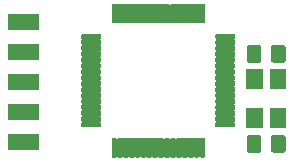
<source format=gts>
G04 #@! TF.GenerationSoftware,KiCad,Pcbnew,5.1.5*
G04 #@! TF.CreationDate,2020-02-24T19:09:01+03:00*
G04 #@! TF.ProjectId,mod-lqfp64,6d6f642d-6c71-4667-9036-342e6b696361,rev?*
G04 #@! TF.SameCoordinates,PX1e84800PY280de80*
G04 #@! TF.FileFunction,Soldermask,Top*
G04 #@! TF.FilePolarity,Negative*
%FSLAX46Y46*%
G04 Gerber Fmt 4.6, Leading zero omitted, Abs format (unit mm)*
G04 Created by KiCad (PCBNEW 5.1.5) date 2020-02-24 19:09:01*
%MOMM*%
%LPD*%
G04 APERTURE LIST*
%ADD10C,0.100000*%
G04 APERTURE END LIST*
D10*
G36*
X10119623Y-12254557D02*
G01*
X10131278Y-12258092D01*
X10142020Y-12263835D01*
X10151438Y-12271563D01*
X10162026Y-12284465D01*
X10172422Y-12294861D01*
X10184646Y-12303029D01*
X10198230Y-12308655D01*
X10212650Y-12311523D01*
X10227352Y-12311523D01*
X10241772Y-12308654D01*
X10255355Y-12303028D01*
X10267580Y-12294859D01*
X10277974Y-12284465D01*
X10288562Y-12271563D01*
X10297980Y-12263835D01*
X10308722Y-12258092D01*
X10320377Y-12254557D01*
X10336186Y-12253000D01*
X10603814Y-12253000D01*
X10619623Y-12254557D01*
X10631278Y-12258092D01*
X10642020Y-12263835D01*
X10651438Y-12271563D01*
X10662026Y-12284465D01*
X10672422Y-12294861D01*
X10684646Y-12303029D01*
X10698230Y-12308655D01*
X10712650Y-12311523D01*
X10727352Y-12311523D01*
X10741772Y-12308654D01*
X10755355Y-12303028D01*
X10767580Y-12294859D01*
X10777974Y-12284465D01*
X10788562Y-12271563D01*
X10797980Y-12263835D01*
X10808722Y-12258092D01*
X10820377Y-12254557D01*
X10836186Y-12253000D01*
X11103814Y-12253000D01*
X11119623Y-12254557D01*
X11131278Y-12258092D01*
X11142020Y-12263835D01*
X11151438Y-12271563D01*
X11162026Y-12284465D01*
X11172422Y-12294861D01*
X11184646Y-12303029D01*
X11198230Y-12308655D01*
X11212650Y-12311523D01*
X11227352Y-12311523D01*
X11241772Y-12308654D01*
X11255355Y-12303028D01*
X11267580Y-12294859D01*
X11277974Y-12284465D01*
X11288562Y-12271563D01*
X11297980Y-12263835D01*
X11308722Y-12258092D01*
X11320377Y-12254557D01*
X11336186Y-12253000D01*
X11603814Y-12253000D01*
X11619623Y-12254557D01*
X11631278Y-12258092D01*
X11642020Y-12263835D01*
X11651438Y-12271563D01*
X11662026Y-12284465D01*
X11672422Y-12294861D01*
X11684646Y-12303029D01*
X11698230Y-12308655D01*
X11712650Y-12311523D01*
X11727352Y-12311523D01*
X11741772Y-12308654D01*
X11755355Y-12303028D01*
X11767580Y-12294859D01*
X11777974Y-12284465D01*
X11788562Y-12271563D01*
X11797980Y-12263835D01*
X11808722Y-12258092D01*
X11820377Y-12254557D01*
X11836186Y-12253000D01*
X12103814Y-12253000D01*
X12119623Y-12254557D01*
X12131278Y-12258092D01*
X12142020Y-12263835D01*
X12151438Y-12271563D01*
X12162026Y-12284465D01*
X12172422Y-12294861D01*
X12184646Y-12303029D01*
X12198230Y-12308655D01*
X12212650Y-12311523D01*
X12227352Y-12311523D01*
X12241772Y-12308654D01*
X12255355Y-12303028D01*
X12267580Y-12294859D01*
X12277974Y-12284465D01*
X12288562Y-12271563D01*
X12297980Y-12263835D01*
X12308722Y-12258092D01*
X12320377Y-12254557D01*
X12336186Y-12253000D01*
X12603814Y-12253000D01*
X12619623Y-12254557D01*
X12631278Y-12258092D01*
X12642020Y-12263835D01*
X12651438Y-12271563D01*
X12662026Y-12284465D01*
X12672422Y-12294861D01*
X12684646Y-12303029D01*
X12698230Y-12308655D01*
X12712650Y-12311523D01*
X12727352Y-12311523D01*
X12741772Y-12308654D01*
X12755355Y-12303028D01*
X12767580Y-12294859D01*
X12777974Y-12284465D01*
X12788562Y-12271563D01*
X12797980Y-12263835D01*
X12808722Y-12258092D01*
X12820377Y-12254557D01*
X12836186Y-12253000D01*
X13103814Y-12253000D01*
X13119623Y-12254557D01*
X13131278Y-12258092D01*
X13142020Y-12263835D01*
X13151438Y-12271563D01*
X13162026Y-12284465D01*
X13172422Y-12294861D01*
X13184646Y-12303029D01*
X13198230Y-12308655D01*
X13212650Y-12311523D01*
X13227352Y-12311523D01*
X13241772Y-12308654D01*
X13255355Y-12303028D01*
X13267580Y-12294859D01*
X13277974Y-12284465D01*
X13288562Y-12271563D01*
X13297980Y-12263835D01*
X13308722Y-12258092D01*
X13320377Y-12254557D01*
X13336186Y-12253000D01*
X13603814Y-12253000D01*
X13619623Y-12254557D01*
X13631278Y-12258092D01*
X13642020Y-12263835D01*
X13651438Y-12271563D01*
X13662026Y-12284465D01*
X13672422Y-12294861D01*
X13684646Y-12303029D01*
X13698230Y-12308655D01*
X13712650Y-12311523D01*
X13727352Y-12311523D01*
X13741772Y-12308654D01*
X13755355Y-12303028D01*
X13767580Y-12294859D01*
X13777974Y-12284465D01*
X13788562Y-12271563D01*
X13797980Y-12263835D01*
X13808722Y-12258092D01*
X13820377Y-12254557D01*
X13836186Y-12253000D01*
X14103814Y-12253000D01*
X14119623Y-12254557D01*
X14131278Y-12258092D01*
X14142020Y-12263835D01*
X14151438Y-12271563D01*
X14162026Y-12284465D01*
X14172422Y-12294861D01*
X14184646Y-12303029D01*
X14198230Y-12308655D01*
X14212650Y-12311523D01*
X14227352Y-12311523D01*
X14241772Y-12308654D01*
X14255355Y-12303028D01*
X14267580Y-12294859D01*
X14277974Y-12284465D01*
X14288562Y-12271563D01*
X14297980Y-12263835D01*
X14308722Y-12258092D01*
X14320377Y-12254557D01*
X14336186Y-12253000D01*
X14603814Y-12253000D01*
X14619623Y-12254557D01*
X14631278Y-12258092D01*
X14642020Y-12263835D01*
X14651438Y-12271563D01*
X14662026Y-12284465D01*
X14672422Y-12294861D01*
X14684646Y-12303029D01*
X14698230Y-12308655D01*
X14712650Y-12311523D01*
X14727352Y-12311523D01*
X14741772Y-12308654D01*
X14755355Y-12303028D01*
X14767580Y-12294859D01*
X14777974Y-12284465D01*
X14788562Y-12271563D01*
X14797980Y-12263835D01*
X14808722Y-12258092D01*
X14820377Y-12254557D01*
X14836186Y-12253000D01*
X15103814Y-12253000D01*
X15119623Y-12254557D01*
X15131278Y-12258092D01*
X15142020Y-12263835D01*
X15151438Y-12271563D01*
X15162026Y-12284465D01*
X15172422Y-12294861D01*
X15184646Y-12303029D01*
X15198230Y-12308655D01*
X15212650Y-12311523D01*
X15227352Y-12311523D01*
X15241772Y-12308654D01*
X15255355Y-12303028D01*
X15267580Y-12294859D01*
X15277974Y-12284465D01*
X15288562Y-12271563D01*
X15297980Y-12263835D01*
X15308722Y-12258092D01*
X15320377Y-12254557D01*
X15336186Y-12253000D01*
X15603814Y-12253000D01*
X15619623Y-12254557D01*
X15631278Y-12258092D01*
X15642020Y-12263835D01*
X15651438Y-12271563D01*
X15662026Y-12284465D01*
X15672422Y-12294861D01*
X15684646Y-12303029D01*
X15698230Y-12308655D01*
X15712650Y-12311523D01*
X15727352Y-12311523D01*
X15741772Y-12308654D01*
X15755355Y-12303028D01*
X15767580Y-12294859D01*
X15777974Y-12284465D01*
X15788562Y-12271563D01*
X15797980Y-12263835D01*
X15808722Y-12258092D01*
X15820377Y-12254557D01*
X15836186Y-12253000D01*
X16103814Y-12253000D01*
X16119623Y-12254557D01*
X16131278Y-12258092D01*
X16142020Y-12263835D01*
X16151438Y-12271563D01*
X16162026Y-12284465D01*
X16172422Y-12294861D01*
X16184646Y-12303029D01*
X16198230Y-12308655D01*
X16212650Y-12311523D01*
X16227352Y-12311523D01*
X16241772Y-12308654D01*
X16255355Y-12303028D01*
X16267580Y-12294859D01*
X16277974Y-12284465D01*
X16288562Y-12271563D01*
X16297980Y-12263835D01*
X16308722Y-12258092D01*
X16320377Y-12254557D01*
X16336186Y-12253000D01*
X16603814Y-12253000D01*
X16619623Y-12254557D01*
X16631278Y-12258092D01*
X16642020Y-12263835D01*
X16651438Y-12271563D01*
X16662026Y-12284465D01*
X16672422Y-12294861D01*
X16684646Y-12303029D01*
X16698230Y-12308655D01*
X16712650Y-12311523D01*
X16727352Y-12311523D01*
X16741772Y-12308654D01*
X16755355Y-12303028D01*
X16767580Y-12294859D01*
X16777974Y-12284465D01*
X16788562Y-12271563D01*
X16797980Y-12263835D01*
X16808722Y-12258092D01*
X16820377Y-12254557D01*
X16836186Y-12253000D01*
X17103814Y-12253000D01*
X17119623Y-12254557D01*
X17131278Y-12258092D01*
X17142020Y-12263835D01*
X17151438Y-12271563D01*
X17162026Y-12284465D01*
X17172422Y-12294861D01*
X17184646Y-12303029D01*
X17198230Y-12308655D01*
X17212650Y-12311523D01*
X17227352Y-12311523D01*
X17241772Y-12308654D01*
X17255355Y-12303028D01*
X17267580Y-12294859D01*
X17277974Y-12284465D01*
X17288562Y-12271563D01*
X17297980Y-12263835D01*
X17308722Y-12258092D01*
X17320377Y-12254557D01*
X17336186Y-12253000D01*
X17603814Y-12253000D01*
X17619623Y-12254557D01*
X17631278Y-12258092D01*
X17642020Y-12263835D01*
X17651437Y-12271563D01*
X17659165Y-12280980D01*
X17664908Y-12291722D01*
X17668443Y-12303377D01*
X17670000Y-12319186D01*
X17670000Y-13836814D01*
X17668443Y-13852623D01*
X17664908Y-13864278D01*
X17659165Y-13875020D01*
X17651437Y-13884437D01*
X17642020Y-13892165D01*
X17631278Y-13897908D01*
X17619623Y-13901443D01*
X17603814Y-13903000D01*
X17336186Y-13903000D01*
X17320377Y-13901443D01*
X17308722Y-13897908D01*
X17297980Y-13892165D01*
X17288562Y-13884437D01*
X17277974Y-13871535D01*
X17267578Y-13861139D01*
X17255354Y-13852971D01*
X17241770Y-13847345D01*
X17227350Y-13844477D01*
X17212648Y-13844477D01*
X17198228Y-13847346D01*
X17184645Y-13852972D01*
X17172420Y-13861141D01*
X17162026Y-13871535D01*
X17151438Y-13884437D01*
X17142020Y-13892165D01*
X17131278Y-13897908D01*
X17119623Y-13901443D01*
X17103814Y-13903000D01*
X16836186Y-13903000D01*
X16820377Y-13901443D01*
X16808722Y-13897908D01*
X16797980Y-13892165D01*
X16788562Y-13884437D01*
X16777974Y-13871535D01*
X16767578Y-13861139D01*
X16755354Y-13852971D01*
X16741770Y-13847345D01*
X16727350Y-13844477D01*
X16712648Y-13844477D01*
X16698228Y-13847346D01*
X16684645Y-13852972D01*
X16672420Y-13861141D01*
X16662026Y-13871535D01*
X16651438Y-13884437D01*
X16642020Y-13892165D01*
X16631278Y-13897908D01*
X16619623Y-13901443D01*
X16603814Y-13903000D01*
X16336186Y-13903000D01*
X16320377Y-13901443D01*
X16308722Y-13897908D01*
X16297980Y-13892165D01*
X16288562Y-13884437D01*
X16277974Y-13871535D01*
X16267578Y-13861139D01*
X16255354Y-13852971D01*
X16241770Y-13847345D01*
X16227350Y-13844477D01*
X16212648Y-13844477D01*
X16198228Y-13847346D01*
X16184645Y-13852972D01*
X16172420Y-13861141D01*
X16162026Y-13871535D01*
X16151438Y-13884437D01*
X16142020Y-13892165D01*
X16131278Y-13897908D01*
X16119623Y-13901443D01*
X16103814Y-13903000D01*
X15836186Y-13903000D01*
X15820377Y-13901443D01*
X15808722Y-13897908D01*
X15797980Y-13892165D01*
X15788562Y-13884437D01*
X15777974Y-13871535D01*
X15767578Y-13861139D01*
X15755354Y-13852971D01*
X15741770Y-13847345D01*
X15727350Y-13844477D01*
X15712648Y-13844477D01*
X15698228Y-13847346D01*
X15684645Y-13852972D01*
X15672420Y-13861141D01*
X15662026Y-13871535D01*
X15651438Y-13884437D01*
X15642020Y-13892165D01*
X15631278Y-13897908D01*
X15619623Y-13901443D01*
X15603814Y-13903000D01*
X15336186Y-13903000D01*
X15320377Y-13901443D01*
X15308722Y-13897908D01*
X15297980Y-13892165D01*
X15288562Y-13884437D01*
X15277974Y-13871535D01*
X15267578Y-13861139D01*
X15255354Y-13852971D01*
X15241770Y-13847345D01*
X15227350Y-13844477D01*
X15212648Y-13844477D01*
X15198228Y-13847346D01*
X15184645Y-13852972D01*
X15172420Y-13861141D01*
X15162026Y-13871535D01*
X15151438Y-13884437D01*
X15142020Y-13892165D01*
X15131278Y-13897908D01*
X15119623Y-13901443D01*
X15103814Y-13903000D01*
X14836186Y-13903000D01*
X14820377Y-13901443D01*
X14808722Y-13897908D01*
X14797980Y-13892165D01*
X14788562Y-13884437D01*
X14777974Y-13871535D01*
X14767578Y-13861139D01*
X14755354Y-13852971D01*
X14741770Y-13847345D01*
X14727350Y-13844477D01*
X14712648Y-13844477D01*
X14698228Y-13847346D01*
X14684645Y-13852972D01*
X14672420Y-13861141D01*
X14662026Y-13871535D01*
X14651438Y-13884437D01*
X14642020Y-13892165D01*
X14631278Y-13897908D01*
X14619623Y-13901443D01*
X14603814Y-13903000D01*
X14336186Y-13903000D01*
X14320377Y-13901443D01*
X14308722Y-13897908D01*
X14297980Y-13892165D01*
X14288562Y-13884437D01*
X14277974Y-13871535D01*
X14267578Y-13861139D01*
X14255354Y-13852971D01*
X14241770Y-13847345D01*
X14227350Y-13844477D01*
X14212648Y-13844477D01*
X14198228Y-13847346D01*
X14184645Y-13852972D01*
X14172420Y-13861141D01*
X14162026Y-13871535D01*
X14151438Y-13884437D01*
X14142020Y-13892165D01*
X14131278Y-13897908D01*
X14119623Y-13901443D01*
X14103814Y-13903000D01*
X13836186Y-13903000D01*
X13820377Y-13901443D01*
X13808722Y-13897908D01*
X13797980Y-13892165D01*
X13788562Y-13884437D01*
X13777974Y-13871535D01*
X13767578Y-13861139D01*
X13755354Y-13852971D01*
X13741770Y-13847345D01*
X13727350Y-13844477D01*
X13712648Y-13844477D01*
X13698228Y-13847346D01*
X13684645Y-13852972D01*
X13672420Y-13861141D01*
X13662026Y-13871535D01*
X13651438Y-13884437D01*
X13642020Y-13892165D01*
X13631278Y-13897908D01*
X13619623Y-13901443D01*
X13603814Y-13903000D01*
X13336186Y-13903000D01*
X13320377Y-13901443D01*
X13308722Y-13897908D01*
X13297980Y-13892165D01*
X13288562Y-13884437D01*
X13277974Y-13871535D01*
X13267578Y-13861139D01*
X13255354Y-13852971D01*
X13241770Y-13847345D01*
X13227350Y-13844477D01*
X13212648Y-13844477D01*
X13198228Y-13847346D01*
X13184645Y-13852972D01*
X13172420Y-13861141D01*
X13162026Y-13871535D01*
X13151438Y-13884437D01*
X13142020Y-13892165D01*
X13131278Y-13897908D01*
X13119623Y-13901443D01*
X13103814Y-13903000D01*
X12836186Y-13903000D01*
X12820377Y-13901443D01*
X12808722Y-13897908D01*
X12797980Y-13892165D01*
X12788562Y-13884437D01*
X12777974Y-13871535D01*
X12767578Y-13861139D01*
X12755354Y-13852971D01*
X12741770Y-13847345D01*
X12727350Y-13844477D01*
X12712648Y-13844477D01*
X12698228Y-13847346D01*
X12684645Y-13852972D01*
X12672420Y-13861141D01*
X12662026Y-13871535D01*
X12651438Y-13884437D01*
X12642020Y-13892165D01*
X12631278Y-13897908D01*
X12619623Y-13901443D01*
X12603814Y-13903000D01*
X12336186Y-13903000D01*
X12320377Y-13901443D01*
X12308722Y-13897908D01*
X12297980Y-13892165D01*
X12288562Y-13884437D01*
X12277974Y-13871535D01*
X12267578Y-13861139D01*
X12255354Y-13852971D01*
X12241770Y-13847345D01*
X12227350Y-13844477D01*
X12212648Y-13844477D01*
X12198228Y-13847346D01*
X12184645Y-13852972D01*
X12172420Y-13861141D01*
X12162026Y-13871535D01*
X12151438Y-13884437D01*
X12142020Y-13892165D01*
X12131278Y-13897908D01*
X12119623Y-13901443D01*
X12103814Y-13903000D01*
X11836186Y-13903000D01*
X11820377Y-13901443D01*
X11808722Y-13897908D01*
X11797980Y-13892165D01*
X11788562Y-13884437D01*
X11777974Y-13871535D01*
X11767578Y-13861139D01*
X11755354Y-13852971D01*
X11741770Y-13847345D01*
X11727350Y-13844477D01*
X11712648Y-13844477D01*
X11698228Y-13847346D01*
X11684645Y-13852972D01*
X11672420Y-13861141D01*
X11662026Y-13871535D01*
X11651438Y-13884437D01*
X11642020Y-13892165D01*
X11631278Y-13897908D01*
X11619623Y-13901443D01*
X11603814Y-13903000D01*
X11336186Y-13903000D01*
X11320377Y-13901443D01*
X11308722Y-13897908D01*
X11297980Y-13892165D01*
X11288562Y-13884437D01*
X11277974Y-13871535D01*
X11267578Y-13861139D01*
X11255354Y-13852971D01*
X11241770Y-13847345D01*
X11227350Y-13844477D01*
X11212648Y-13844477D01*
X11198228Y-13847346D01*
X11184645Y-13852972D01*
X11172420Y-13861141D01*
X11162026Y-13871535D01*
X11151438Y-13884437D01*
X11142020Y-13892165D01*
X11131278Y-13897908D01*
X11119623Y-13901443D01*
X11103814Y-13903000D01*
X10836186Y-13903000D01*
X10820377Y-13901443D01*
X10808722Y-13897908D01*
X10797980Y-13892165D01*
X10788562Y-13884437D01*
X10777974Y-13871535D01*
X10767578Y-13861139D01*
X10755354Y-13852971D01*
X10741770Y-13847345D01*
X10727350Y-13844477D01*
X10712648Y-13844477D01*
X10698228Y-13847346D01*
X10684645Y-13852972D01*
X10672420Y-13861141D01*
X10662026Y-13871535D01*
X10651438Y-13884437D01*
X10642020Y-13892165D01*
X10631278Y-13897908D01*
X10619623Y-13901443D01*
X10603814Y-13903000D01*
X10336186Y-13903000D01*
X10320377Y-13901443D01*
X10308722Y-13897908D01*
X10297980Y-13892165D01*
X10288562Y-13884437D01*
X10277974Y-13871535D01*
X10267578Y-13861139D01*
X10255354Y-13852971D01*
X10241770Y-13847345D01*
X10227350Y-13844477D01*
X10212648Y-13844477D01*
X10198228Y-13847346D01*
X10184645Y-13852972D01*
X10172420Y-13861141D01*
X10162026Y-13871535D01*
X10151438Y-13884437D01*
X10142020Y-13892165D01*
X10131278Y-13897908D01*
X10119623Y-13901443D01*
X10103814Y-13903000D01*
X9836186Y-13903000D01*
X9820377Y-13901443D01*
X9808722Y-13897908D01*
X9797980Y-13892165D01*
X9788563Y-13884437D01*
X9780835Y-13875020D01*
X9775092Y-13864278D01*
X9771557Y-13852623D01*
X9770000Y-13836814D01*
X9770000Y-12319186D01*
X9771557Y-12303377D01*
X9775092Y-12291722D01*
X9780835Y-12280980D01*
X9788563Y-12271563D01*
X9797980Y-12263835D01*
X9808722Y-12258092D01*
X9820377Y-12254557D01*
X9836186Y-12253000D01*
X10103814Y-12253000D01*
X10119623Y-12254557D01*
G37*
G36*
X24329324Y-11991763D02*
G01*
X24372285Y-12004795D01*
X24411868Y-12025953D01*
X24446569Y-12054431D01*
X24475047Y-12089132D01*
X24496205Y-12128715D01*
X24509237Y-12171676D01*
X24514000Y-12220033D01*
X24514000Y-13253967D01*
X24509237Y-13302324D01*
X24496205Y-13345285D01*
X24475047Y-13384868D01*
X24446569Y-13419569D01*
X24411868Y-13448047D01*
X24372285Y-13469205D01*
X24329324Y-13482237D01*
X24280967Y-13487000D01*
X23497033Y-13487000D01*
X23448676Y-13482237D01*
X23405715Y-13469205D01*
X23366132Y-13448047D01*
X23331431Y-13419569D01*
X23302953Y-13384868D01*
X23281795Y-13345285D01*
X23268763Y-13302324D01*
X23264000Y-13253967D01*
X23264000Y-12220033D01*
X23268763Y-12171676D01*
X23281795Y-12128715D01*
X23302953Y-12089132D01*
X23331431Y-12054431D01*
X23366132Y-12025953D01*
X23405715Y-12004795D01*
X23448676Y-11991763D01*
X23497033Y-11987000D01*
X24280967Y-11987000D01*
X24329324Y-11991763D01*
G37*
G36*
X22279324Y-11991763D02*
G01*
X22322285Y-12004795D01*
X22361868Y-12025953D01*
X22396569Y-12054431D01*
X22425047Y-12089132D01*
X22446205Y-12128715D01*
X22459237Y-12171676D01*
X22464000Y-12220033D01*
X22464000Y-13253967D01*
X22459237Y-13302324D01*
X22446205Y-13345285D01*
X22425047Y-13384868D01*
X22396569Y-13419569D01*
X22361868Y-13448047D01*
X22322285Y-13469205D01*
X22279324Y-13482237D01*
X22230967Y-13487000D01*
X21447033Y-13487000D01*
X21398676Y-13482237D01*
X21355715Y-13469205D01*
X21316132Y-13448047D01*
X21281431Y-13419569D01*
X21252953Y-13384868D01*
X21231795Y-13345285D01*
X21218763Y-13302324D01*
X21214000Y-13253967D01*
X21214000Y-12220033D01*
X21218763Y-12171676D01*
X21231795Y-12128715D01*
X21252953Y-12089132D01*
X21281431Y-12054431D01*
X21316132Y-12025953D01*
X21355715Y-12004795D01*
X21398676Y-11991763D01*
X21447033Y-11987000D01*
X22230967Y-11987000D01*
X22279324Y-11991763D01*
G37*
G36*
X3610000Y-13295000D02*
G01*
X970000Y-13295000D01*
X970000Y-11925000D01*
X3610000Y-11925000D01*
X3610000Y-13295000D01*
G37*
G36*
X24564000Y-11427000D02*
G01*
X23164000Y-11427000D01*
X23164000Y-9727000D01*
X24564000Y-9727000D01*
X24564000Y-11427000D01*
G37*
G36*
X22564000Y-11427000D02*
G01*
X21164000Y-11427000D01*
X21164000Y-9727000D01*
X22564000Y-9727000D01*
X22564000Y-11427000D01*
G37*
G36*
X8819623Y-3454557D02*
G01*
X8831278Y-3458092D01*
X8842020Y-3463835D01*
X8851437Y-3471563D01*
X8859165Y-3480980D01*
X8864908Y-3491722D01*
X8868443Y-3503377D01*
X8870000Y-3519186D01*
X8870000Y-3786814D01*
X8868443Y-3802623D01*
X8864908Y-3814278D01*
X8859165Y-3825020D01*
X8851437Y-3834438D01*
X8838535Y-3845026D01*
X8828139Y-3855422D01*
X8819971Y-3867646D01*
X8814345Y-3881230D01*
X8811477Y-3895650D01*
X8811477Y-3910352D01*
X8814346Y-3924772D01*
X8819972Y-3938355D01*
X8828141Y-3950580D01*
X8838535Y-3960974D01*
X8851437Y-3971562D01*
X8859165Y-3980980D01*
X8864908Y-3991722D01*
X8868443Y-4003377D01*
X8870000Y-4019186D01*
X8870000Y-4286814D01*
X8868443Y-4302623D01*
X8864908Y-4314278D01*
X8859165Y-4325020D01*
X8851437Y-4334438D01*
X8838535Y-4345026D01*
X8828139Y-4355422D01*
X8819971Y-4367646D01*
X8814345Y-4381230D01*
X8811477Y-4395650D01*
X8811477Y-4410352D01*
X8814346Y-4424772D01*
X8819972Y-4438355D01*
X8828141Y-4450580D01*
X8838535Y-4460974D01*
X8851437Y-4471562D01*
X8859165Y-4480980D01*
X8864908Y-4491722D01*
X8868443Y-4503377D01*
X8870000Y-4519186D01*
X8870000Y-4786814D01*
X8868443Y-4802623D01*
X8864908Y-4814278D01*
X8859165Y-4825020D01*
X8851437Y-4834438D01*
X8838535Y-4845026D01*
X8828139Y-4855422D01*
X8819971Y-4867646D01*
X8814345Y-4881230D01*
X8811477Y-4895650D01*
X8811477Y-4910352D01*
X8814346Y-4924772D01*
X8819972Y-4938355D01*
X8828141Y-4950580D01*
X8838535Y-4960974D01*
X8851437Y-4971562D01*
X8859165Y-4980980D01*
X8864908Y-4991722D01*
X8868443Y-5003377D01*
X8870000Y-5019186D01*
X8870000Y-5286814D01*
X8868443Y-5302623D01*
X8864908Y-5314278D01*
X8859165Y-5325020D01*
X8851437Y-5334438D01*
X8838535Y-5345026D01*
X8828139Y-5355422D01*
X8819971Y-5367646D01*
X8814345Y-5381230D01*
X8811477Y-5395650D01*
X8811477Y-5410352D01*
X8814346Y-5424772D01*
X8819972Y-5438355D01*
X8828141Y-5450580D01*
X8838535Y-5460974D01*
X8851437Y-5471562D01*
X8859165Y-5480980D01*
X8864908Y-5491722D01*
X8868443Y-5503377D01*
X8870000Y-5519186D01*
X8870000Y-5786814D01*
X8868443Y-5802623D01*
X8864908Y-5814278D01*
X8859165Y-5825020D01*
X8851437Y-5834438D01*
X8838535Y-5845026D01*
X8828139Y-5855422D01*
X8819971Y-5867646D01*
X8814345Y-5881230D01*
X8811477Y-5895650D01*
X8811477Y-5910352D01*
X8814346Y-5924772D01*
X8819972Y-5938355D01*
X8828141Y-5950580D01*
X8838535Y-5960974D01*
X8851437Y-5971562D01*
X8859165Y-5980980D01*
X8864908Y-5991722D01*
X8868443Y-6003377D01*
X8870000Y-6019186D01*
X8870000Y-6286814D01*
X8868443Y-6302623D01*
X8864908Y-6314278D01*
X8859165Y-6325020D01*
X8851437Y-6334438D01*
X8838535Y-6345026D01*
X8828139Y-6355422D01*
X8819971Y-6367646D01*
X8814345Y-6381230D01*
X8811477Y-6395650D01*
X8811477Y-6410352D01*
X8814346Y-6424772D01*
X8819972Y-6438355D01*
X8828141Y-6450580D01*
X8838535Y-6460974D01*
X8851437Y-6471562D01*
X8859165Y-6480980D01*
X8864908Y-6491722D01*
X8868443Y-6503377D01*
X8870000Y-6519186D01*
X8870000Y-6786814D01*
X8868443Y-6802623D01*
X8864908Y-6814278D01*
X8859165Y-6825020D01*
X8851437Y-6834438D01*
X8838535Y-6845026D01*
X8828139Y-6855422D01*
X8819971Y-6867646D01*
X8814345Y-6881230D01*
X8811477Y-6895650D01*
X8811477Y-6910352D01*
X8814346Y-6924772D01*
X8819972Y-6938355D01*
X8828141Y-6950580D01*
X8838535Y-6960974D01*
X8851437Y-6971562D01*
X8859165Y-6980980D01*
X8864908Y-6991722D01*
X8868443Y-7003377D01*
X8870000Y-7019186D01*
X8870000Y-7286814D01*
X8868443Y-7302623D01*
X8864908Y-7314278D01*
X8859165Y-7325020D01*
X8851437Y-7334438D01*
X8838535Y-7345026D01*
X8828139Y-7355422D01*
X8819971Y-7367646D01*
X8814345Y-7381230D01*
X8811477Y-7395650D01*
X8811477Y-7410352D01*
X8814346Y-7424772D01*
X8819972Y-7438355D01*
X8828141Y-7450580D01*
X8838535Y-7460974D01*
X8851437Y-7471562D01*
X8859165Y-7480980D01*
X8864908Y-7491722D01*
X8868443Y-7503377D01*
X8870000Y-7519186D01*
X8870000Y-7786814D01*
X8868443Y-7802623D01*
X8864908Y-7814278D01*
X8859165Y-7825020D01*
X8851437Y-7834438D01*
X8838535Y-7845026D01*
X8828139Y-7855422D01*
X8819971Y-7867646D01*
X8814345Y-7881230D01*
X8811477Y-7895650D01*
X8811477Y-7910352D01*
X8814346Y-7924772D01*
X8819972Y-7938355D01*
X8828141Y-7950580D01*
X8838535Y-7960974D01*
X8851437Y-7971562D01*
X8859165Y-7980980D01*
X8864908Y-7991722D01*
X8868443Y-8003377D01*
X8870000Y-8019186D01*
X8870000Y-8286814D01*
X8868443Y-8302623D01*
X8864908Y-8314278D01*
X8859165Y-8325020D01*
X8851437Y-8334438D01*
X8838535Y-8345026D01*
X8828139Y-8355422D01*
X8819971Y-8367646D01*
X8814345Y-8381230D01*
X8811477Y-8395650D01*
X8811477Y-8410352D01*
X8814346Y-8424772D01*
X8819972Y-8438355D01*
X8828141Y-8450580D01*
X8838535Y-8460974D01*
X8851437Y-8471562D01*
X8859165Y-8480980D01*
X8864908Y-8491722D01*
X8868443Y-8503377D01*
X8870000Y-8519186D01*
X8870000Y-8786814D01*
X8868443Y-8802623D01*
X8864908Y-8814278D01*
X8859165Y-8825020D01*
X8851437Y-8834438D01*
X8838535Y-8845026D01*
X8828139Y-8855422D01*
X8819971Y-8867646D01*
X8814345Y-8881230D01*
X8811477Y-8895650D01*
X8811477Y-8910352D01*
X8814346Y-8924772D01*
X8819972Y-8938355D01*
X8828141Y-8950580D01*
X8838535Y-8960974D01*
X8851437Y-8971562D01*
X8859165Y-8980980D01*
X8864908Y-8991722D01*
X8868443Y-9003377D01*
X8870000Y-9019186D01*
X8870000Y-9286814D01*
X8868443Y-9302623D01*
X8864908Y-9314278D01*
X8859165Y-9325020D01*
X8851437Y-9334438D01*
X8838535Y-9345026D01*
X8828139Y-9355422D01*
X8819971Y-9367646D01*
X8814345Y-9381230D01*
X8811477Y-9395650D01*
X8811477Y-9410352D01*
X8814346Y-9424772D01*
X8819972Y-9438355D01*
X8828141Y-9450580D01*
X8838535Y-9460974D01*
X8851437Y-9471562D01*
X8859165Y-9480980D01*
X8864908Y-9491722D01*
X8868443Y-9503377D01*
X8870000Y-9519186D01*
X8870000Y-9786814D01*
X8868443Y-9802623D01*
X8864908Y-9814278D01*
X8859165Y-9825020D01*
X8851437Y-9834438D01*
X8838535Y-9845026D01*
X8828139Y-9855422D01*
X8819971Y-9867646D01*
X8814345Y-9881230D01*
X8811477Y-9895650D01*
X8811477Y-9910352D01*
X8814346Y-9924772D01*
X8819972Y-9938355D01*
X8828141Y-9950580D01*
X8838535Y-9960974D01*
X8851437Y-9971562D01*
X8859165Y-9980980D01*
X8864908Y-9991722D01*
X8868443Y-10003377D01*
X8870000Y-10019186D01*
X8870000Y-10286814D01*
X8868443Y-10302623D01*
X8864908Y-10314278D01*
X8859165Y-10325020D01*
X8851437Y-10334438D01*
X8838535Y-10345026D01*
X8828139Y-10355422D01*
X8819971Y-10367646D01*
X8814345Y-10381230D01*
X8811477Y-10395650D01*
X8811477Y-10410352D01*
X8814346Y-10424772D01*
X8819972Y-10438355D01*
X8828141Y-10450580D01*
X8838535Y-10460974D01*
X8851437Y-10471562D01*
X8859165Y-10480980D01*
X8864908Y-10491722D01*
X8868443Y-10503377D01*
X8870000Y-10519186D01*
X8870000Y-10786814D01*
X8868443Y-10802623D01*
X8864908Y-10814278D01*
X8859165Y-10825020D01*
X8851437Y-10834438D01*
X8838535Y-10845026D01*
X8828139Y-10855422D01*
X8819971Y-10867646D01*
X8814345Y-10881230D01*
X8811477Y-10895650D01*
X8811477Y-10910352D01*
X8814346Y-10924772D01*
X8819972Y-10938355D01*
X8828141Y-10950580D01*
X8838535Y-10960974D01*
X8851437Y-10971562D01*
X8859165Y-10980980D01*
X8864908Y-10991722D01*
X8868443Y-11003377D01*
X8870000Y-11019186D01*
X8870000Y-11286814D01*
X8868443Y-11302623D01*
X8864908Y-11314278D01*
X8859165Y-11325020D01*
X8851437Y-11334437D01*
X8842020Y-11342165D01*
X8831278Y-11347908D01*
X8819623Y-11351443D01*
X8803814Y-11353000D01*
X7286186Y-11353000D01*
X7270377Y-11351443D01*
X7258722Y-11347908D01*
X7247980Y-11342165D01*
X7238563Y-11334437D01*
X7230835Y-11325020D01*
X7225092Y-11314278D01*
X7221557Y-11302623D01*
X7220000Y-11286814D01*
X7220000Y-11019186D01*
X7221557Y-11003377D01*
X7225092Y-10991722D01*
X7230835Y-10980980D01*
X7238563Y-10971562D01*
X7251465Y-10960974D01*
X7261861Y-10950578D01*
X7270029Y-10938354D01*
X7275655Y-10924770D01*
X7278523Y-10910350D01*
X7278523Y-10895648D01*
X7275654Y-10881228D01*
X7270028Y-10867645D01*
X7261859Y-10855420D01*
X7251465Y-10845026D01*
X7238563Y-10834438D01*
X7230835Y-10825020D01*
X7225092Y-10814278D01*
X7221557Y-10802623D01*
X7220000Y-10786814D01*
X7220000Y-10519186D01*
X7221557Y-10503377D01*
X7225092Y-10491722D01*
X7230835Y-10480980D01*
X7238563Y-10471562D01*
X7251465Y-10460974D01*
X7261861Y-10450578D01*
X7270029Y-10438354D01*
X7275655Y-10424770D01*
X7278523Y-10410350D01*
X7278523Y-10395648D01*
X7275654Y-10381228D01*
X7270028Y-10367645D01*
X7261859Y-10355420D01*
X7251465Y-10345026D01*
X7238563Y-10334438D01*
X7230835Y-10325020D01*
X7225092Y-10314278D01*
X7221557Y-10302623D01*
X7220000Y-10286814D01*
X7220000Y-10019186D01*
X7221557Y-10003377D01*
X7225092Y-9991722D01*
X7230835Y-9980980D01*
X7238563Y-9971562D01*
X7251465Y-9960974D01*
X7261861Y-9950578D01*
X7270029Y-9938354D01*
X7275655Y-9924770D01*
X7278523Y-9910350D01*
X7278523Y-9895648D01*
X7275654Y-9881228D01*
X7270028Y-9867645D01*
X7261859Y-9855420D01*
X7251465Y-9845026D01*
X7238563Y-9834438D01*
X7230835Y-9825020D01*
X7225092Y-9814278D01*
X7221557Y-9802623D01*
X7220000Y-9786814D01*
X7220000Y-9519186D01*
X7221557Y-9503377D01*
X7225092Y-9491722D01*
X7230835Y-9480980D01*
X7238563Y-9471562D01*
X7251465Y-9460974D01*
X7261861Y-9450578D01*
X7270029Y-9438354D01*
X7275655Y-9424770D01*
X7278523Y-9410350D01*
X7278523Y-9395648D01*
X7275654Y-9381228D01*
X7270028Y-9367645D01*
X7261859Y-9355420D01*
X7251465Y-9345026D01*
X7238563Y-9334438D01*
X7230835Y-9325020D01*
X7225092Y-9314278D01*
X7221557Y-9302623D01*
X7220000Y-9286814D01*
X7220000Y-9019186D01*
X7221557Y-9003377D01*
X7225092Y-8991722D01*
X7230835Y-8980980D01*
X7238563Y-8971562D01*
X7251465Y-8960974D01*
X7261861Y-8950578D01*
X7270029Y-8938354D01*
X7275655Y-8924770D01*
X7278523Y-8910350D01*
X7278523Y-8895648D01*
X7275654Y-8881228D01*
X7270028Y-8867645D01*
X7261859Y-8855420D01*
X7251465Y-8845026D01*
X7238563Y-8834438D01*
X7230835Y-8825020D01*
X7225092Y-8814278D01*
X7221557Y-8802623D01*
X7220000Y-8786814D01*
X7220000Y-8519186D01*
X7221557Y-8503377D01*
X7225092Y-8491722D01*
X7230835Y-8480980D01*
X7238563Y-8471562D01*
X7251465Y-8460974D01*
X7261861Y-8450578D01*
X7270029Y-8438354D01*
X7275655Y-8424770D01*
X7278523Y-8410350D01*
X7278523Y-8395648D01*
X7275654Y-8381228D01*
X7270028Y-8367645D01*
X7261859Y-8355420D01*
X7251465Y-8345026D01*
X7238563Y-8334438D01*
X7230835Y-8325020D01*
X7225092Y-8314278D01*
X7221557Y-8302623D01*
X7220000Y-8286814D01*
X7220000Y-8019186D01*
X7221557Y-8003377D01*
X7225092Y-7991722D01*
X7230835Y-7980980D01*
X7238563Y-7971562D01*
X7251465Y-7960974D01*
X7261861Y-7950578D01*
X7270029Y-7938354D01*
X7275655Y-7924770D01*
X7278523Y-7910350D01*
X7278523Y-7895648D01*
X7275654Y-7881228D01*
X7270028Y-7867645D01*
X7261859Y-7855420D01*
X7251465Y-7845026D01*
X7238563Y-7834438D01*
X7230835Y-7825020D01*
X7225092Y-7814278D01*
X7221557Y-7802623D01*
X7220000Y-7786814D01*
X7220000Y-7519186D01*
X7221557Y-7503377D01*
X7225092Y-7491722D01*
X7230835Y-7480980D01*
X7238563Y-7471562D01*
X7251465Y-7460974D01*
X7261861Y-7450578D01*
X7270029Y-7438354D01*
X7275655Y-7424770D01*
X7278523Y-7410350D01*
X7278523Y-7395648D01*
X7275654Y-7381228D01*
X7270028Y-7367645D01*
X7261859Y-7355420D01*
X7251465Y-7345026D01*
X7238563Y-7334438D01*
X7230835Y-7325020D01*
X7225092Y-7314278D01*
X7221557Y-7302623D01*
X7220000Y-7286814D01*
X7220000Y-7019186D01*
X7221557Y-7003377D01*
X7225092Y-6991722D01*
X7230835Y-6980980D01*
X7238563Y-6971562D01*
X7251465Y-6960974D01*
X7261861Y-6950578D01*
X7270029Y-6938354D01*
X7275655Y-6924770D01*
X7278523Y-6910350D01*
X7278523Y-6895648D01*
X7275654Y-6881228D01*
X7270028Y-6867645D01*
X7261859Y-6855420D01*
X7251465Y-6845026D01*
X7238563Y-6834438D01*
X7230835Y-6825020D01*
X7225092Y-6814278D01*
X7221557Y-6802623D01*
X7220000Y-6786814D01*
X7220000Y-6519186D01*
X7221557Y-6503377D01*
X7225092Y-6491722D01*
X7230835Y-6480980D01*
X7238563Y-6471562D01*
X7251465Y-6460974D01*
X7261861Y-6450578D01*
X7270029Y-6438354D01*
X7275655Y-6424770D01*
X7278523Y-6410350D01*
X7278523Y-6395648D01*
X7275654Y-6381228D01*
X7270028Y-6367645D01*
X7261859Y-6355420D01*
X7251465Y-6345026D01*
X7238563Y-6334438D01*
X7230835Y-6325020D01*
X7225092Y-6314278D01*
X7221557Y-6302623D01*
X7220000Y-6286814D01*
X7220000Y-6019186D01*
X7221557Y-6003377D01*
X7225092Y-5991722D01*
X7230835Y-5980980D01*
X7238563Y-5971562D01*
X7251465Y-5960974D01*
X7261861Y-5950578D01*
X7270029Y-5938354D01*
X7275655Y-5924770D01*
X7278523Y-5910350D01*
X7278523Y-5895648D01*
X7275654Y-5881228D01*
X7270028Y-5867645D01*
X7261859Y-5855420D01*
X7251465Y-5845026D01*
X7238563Y-5834438D01*
X7230835Y-5825020D01*
X7225092Y-5814278D01*
X7221557Y-5802623D01*
X7220000Y-5786814D01*
X7220000Y-5519186D01*
X7221557Y-5503377D01*
X7225092Y-5491722D01*
X7230835Y-5480980D01*
X7238563Y-5471562D01*
X7251465Y-5460974D01*
X7261861Y-5450578D01*
X7270029Y-5438354D01*
X7275655Y-5424770D01*
X7278523Y-5410350D01*
X7278523Y-5395648D01*
X7275654Y-5381228D01*
X7270028Y-5367645D01*
X7261859Y-5355420D01*
X7251465Y-5345026D01*
X7238563Y-5334438D01*
X7230835Y-5325020D01*
X7225092Y-5314278D01*
X7221557Y-5302623D01*
X7220000Y-5286814D01*
X7220000Y-5019186D01*
X7221557Y-5003377D01*
X7225092Y-4991722D01*
X7230835Y-4980980D01*
X7238563Y-4971562D01*
X7251465Y-4960974D01*
X7261861Y-4950578D01*
X7270029Y-4938354D01*
X7275655Y-4924770D01*
X7278523Y-4910350D01*
X7278523Y-4895648D01*
X7275654Y-4881228D01*
X7270028Y-4867645D01*
X7261859Y-4855420D01*
X7251465Y-4845026D01*
X7238563Y-4834438D01*
X7230835Y-4825020D01*
X7225092Y-4814278D01*
X7221557Y-4802623D01*
X7220000Y-4786814D01*
X7220000Y-4519186D01*
X7221557Y-4503377D01*
X7225092Y-4491722D01*
X7230835Y-4480980D01*
X7238563Y-4471562D01*
X7251465Y-4460974D01*
X7261861Y-4450578D01*
X7270029Y-4438354D01*
X7275655Y-4424770D01*
X7278523Y-4410350D01*
X7278523Y-4395648D01*
X7275654Y-4381228D01*
X7270028Y-4367645D01*
X7261859Y-4355420D01*
X7251465Y-4345026D01*
X7238563Y-4334438D01*
X7230835Y-4325020D01*
X7225092Y-4314278D01*
X7221557Y-4302623D01*
X7220000Y-4286814D01*
X7220000Y-4019186D01*
X7221557Y-4003377D01*
X7225092Y-3991722D01*
X7230835Y-3980980D01*
X7238563Y-3971562D01*
X7251465Y-3960974D01*
X7261861Y-3950578D01*
X7270029Y-3938354D01*
X7275655Y-3924770D01*
X7278523Y-3910350D01*
X7278523Y-3895648D01*
X7275654Y-3881228D01*
X7270028Y-3867645D01*
X7261859Y-3855420D01*
X7251465Y-3845026D01*
X7238563Y-3834438D01*
X7230835Y-3825020D01*
X7225092Y-3814278D01*
X7221557Y-3802623D01*
X7220000Y-3786814D01*
X7220000Y-3519186D01*
X7221557Y-3503377D01*
X7225092Y-3491722D01*
X7230835Y-3480980D01*
X7238563Y-3471563D01*
X7247980Y-3463835D01*
X7258722Y-3458092D01*
X7270377Y-3454557D01*
X7286186Y-3453000D01*
X8803814Y-3453000D01*
X8819623Y-3454557D01*
G37*
G36*
X20169623Y-3454557D02*
G01*
X20181278Y-3458092D01*
X20192020Y-3463835D01*
X20201437Y-3471563D01*
X20209165Y-3480980D01*
X20214908Y-3491722D01*
X20218443Y-3503377D01*
X20220000Y-3519186D01*
X20220000Y-3786814D01*
X20218443Y-3802623D01*
X20214908Y-3814278D01*
X20209165Y-3825020D01*
X20201437Y-3834438D01*
X20188535Y-3845026D01*
X20178139Y-3855422D01*
X20169971Y-3867646D01*
X20164345Y-3881230D01*
X20161477Y-3895650D01*
X20161477Y-3910352D01*
X20164346Y-3924772D01*
X20169972Y-3938355D01*
X20178141Y-3950580D01*
X20188535Y-3960974D01*
X20201437Y-3971562D01*
X20209165Y-3980980D01*
X20214908Y-3991722D01*
X20218443Y-4003377D01*
X20220000Y-4019186D01*
X20220000Y-4286814D01*
X20218443Y-4302623D01*
X20214908Y-4314278D01*
X20209165Y-4325020D01*
X20201437Y-4334438D01*
X20188535Y-4345026D01*
X20178139Y-4355422D01*
X20169971Y-4367646D01*
X20164345Y-4381230D01*
X20161477Y-4395650D01*
X20161477Y-4410352D01*
X20164346Y-4424772D01*
X20169972Y-4438355D01*
X20178141Y-4450580D01*
X20188535Y-4460974D01*
X20201437Y-4471562D01*
X20209165Y-4480980D01*
X20214908Y-4491722D01*
X20218443Y-4503377D01*
X20220000Y-4519186D01*
X20220000Y-4786814D01*
X20218443Y-4802623D01*
X20214908Y-4814278D01*
X20209165Y-4825020D01*
X20201437Y-4834438D01*
X20188535Y-4845026D01*
X20178139Y-4855422D01*
X20169971Y-4867646D01*
X20164345Y-4881230D01*
X20161477Y-4895650D01*
X20161477Y-4910352D01*
X20164346Y-4924772D01*
X20169972Y-4938355D01*
X20178141Y-4950580D01*
X20188535Y-4960974D01*
X20201437Y-4971562D01*
X20209165Y-4980980D01*
X20214908Y-4991722D01*
X20218443Y-5003377D01*
X20220000Y-5019186D01*
X20220000Y-5286814D01*
X20218443Y-5302623D01*
X20214908Y-5314278D01*
X20209165Y-5325020D01*
X20201437Y-5334438D01*
X20188535Y-5345026D01*
X20178139Y-5355422D01*
X20169971Y-5367646D01*
X20164345Y-5381230D01*
X20161477Y-5395650D01*
X20161477Y-5410352D01*
X20164346Y-5424772D01*
X20169972Y-5438355D01*
X20178141Y-5450580D01*
X20188535Y-5460974D01*
X20201437Y-5471562D01*
X20209165Y-5480980D01*
X20214908Y-5491722D01*
X20218443Y-5503377D01*
X20220000Y-5519186D01*
X20220000Y-5786814D01*
X20218443Y-5802623D01*
X20214908Y-5814278D01*
X20209165Y-5825020D01*
X20201437Y-5834438D01*
X20188535Y-5845026D01*
X20178139Y-5855422D01*
X20169971Y-5867646D01*
X20164345Y-5881230D01*
X20161477Y-5895650D01*
X20161477Y-5910352D01*
X20164346Y-5924772D01*
X20169972Y-5938355D01*
X20178141Y-5950580D01*
X20188535Y-5960974D01*
X20201437Y-5971562D01*
X20209165Y-5980980D01*
X20214908Y-5991722D01*
X20218443Y-6003377D01*
X20220000Y-6019186D01*
X20220000Y-6286814D01*
X20218443Y-6302623D01*
X20214908Y-6314278D01*
X20209165Y-6325020D01*
X20201437Y-6334438D01*
X20188535Y-6345026D01*
X20178139Y-6355422D01*
X20169971Y-6367646D01*
X20164345Y-6381230D01*
X20161477Y-6395650D01*
X20161477Y-6410352D01*
X20164346Y-6424772D01*
X20169972Y-6438355D01*
X20178141Y-6450580D01*
X20188535Y-6460974D01*
X20201437Y-6471562D01*
X20209165Y-6480980D01*
X20214908Y-6491722D01*
X20218443Y-6503377D01*
X20220000Y-6519186D01*
X20220000Y-6786814D01*
X20218443Y-6802623D01*
X20214908Y-6814278D01*
X20209165Y-6825020D01*
X20201437Y-6834438D01*
X20188535Y-6845026D01*
X20178139Y-6855422D01*
X20169971Y-6867646D01*
X20164345Y-6881230D01*
X20161477Y-6895650D01*
X20161477Y-6910352D01*
X20164346Y-6924772D01*
X20169972Y-6938355D01*
X20178141Y-6950580D01*
X20188535Y-6960974D01*
X20201437Y-6971562D01*
X20209165Y-6980980D01*
X20214908Y-6991722D01*
X20218443Y-7003377D01*
X20220000Y-7019186D01*
X20220000Y-7286814D01*
X20218443Y-7302623D01*
X20214908Y-7314278D01*
X20209165Y-7325020D01*
X20201437Y-7334438D01*
X20188535Y-7345026D01*
X20178139Y-7355422D01*
X20169971Y-7367646D01*
X20164345Y-7381230D01*
X20161477Y-7395650D01*
X20161477Y-7410352D01*
X20164346Y-7424772D01*
X20169972Y-7438355D01*
X20178141Y-7450580D01*
X20188535Y-7460974D01*
X20201437Y-7471562D01*
X20209165Y-7480980D01*
X20214908Y-7491722D01*
X20218443Y-7503377D01*
X20220000Y-7519186D01*
X20220000Y-7786814D01*
X20218443Y-7802623D01*
X20214908Y-7814278D01*
X20209165Y-7825020D01*
X20201437Y-7834438D01*
X20188535Y-7845026D01*
X20178139Y-7855422D01*
X20169971Y-7867646D01*
X20164345Y-7881230D01*
X20161477Y-7895650D01*
X20161477Y-7910352D01*
X20164346Y-7924772D01*
X20169972Y-7938355D01*
X20178141Y-7950580D01*
X20188535Y-7960974D01*
X20201437Y-7971562D01*
X20209165Y-7980980D01*
X20214908Y-7991722D01*
X20218443Y-8003377D01*
X20220000Y-8019186D01*
X20220000Y-8286814D01*
X20218443Y-8302623D01*
X20214908Y-8314278D01*
X20209165Y-8325020D01*
X20201437Y-8334438D01*
X20188535Y-8345026D01*
X20178139Y-8355422D01*
X20169971Y-8367646D01*
X20164345Y-8381230D01*
X20161477Y-8395650D01*
X20161477Y-8410352D01*
X20164346Y-8424772D01*
X20169972Y-8438355D01*
X20178141Y-8450580D01*
X20188535Y-8460974D01*
X20201437Y-8471562D01*
X20209165Y-8480980D01*
X20214908Y-8491722D01*
X20218443Y-8503377D01*
X20220000Y-8519186D01*
X20220000Y-8786814D01*
X20218443Y-8802623D01*
X20214908Y-8814278D01*
X20209165Y-8825020D01*
X20201437Y-8834438D01*
X20188535Y-8845026D01*
X20178139Y-8855422D01*
X20169971Y-8867646D01*
X20164345Y-8881230D01*
X20161477Y-8895650D01*
X20161477Y-8910352D01*
X20164346Y-8924772D01*
X20169972Y-8938355D01*
X20178141Y-8950580D01*
X20188535Y-8960974D01*
X20201437Y-8971562D01*
X20209165Y-8980980D01*
X20214908Y-8991722D01*
X20218443Y-9003377D01*
X20220000Y-9019186D01*
X20220000Y-9286814D01*
X20218443Y-9302623D01*
X20214908Y-9314278D01*
X20209165Y-9325020D01*
X20201437Y-9334438D01*
X20188535Y-9345026D01*
X20178139Y-9355422D01*
X20169971Y-9367646D01*
X20164345Y-9381230D01*
X20161477Y-9395650D01*
X20161477Y-9410352D01*
X20164346Y-9424772D01*
X20169972Y-9438355D01*
X20178141Y-9450580D01*
X20188535Y-9460974D01*
X20201437Y-9471562D01*
X20209165Y-9480980D01*
X20214908Y-9491722D01*
X20218443Y-9503377D01*
X20220000Y-9519186D01*
X20220000Y-9786814D01*
X20218443Y-9802623D01*
X20214908Y-9814278D01*
X20209165Y-9825020D01*
X20201437Y-9834438D01*
X20188535Y-9845026D01*
X20178139Y-9855422D01*
X20169971Y-9867646D01*
X20164345Y-9881230D01*
X20161477Y-9895650D01*
X20161477Y-9910352D01*
X20164346Y-9924772D01*
X20169972Y-9938355D01*
X20178141Y-9950580D01*
X20188535Y-9960974D01*
X20201437Y-9971562D01*
X20209165Y-9980980D01*
X20214908Y-9991722D01*
X20218443Y-10003377D01*
X20220000Y-10019186D01*
X20220000Y-10286814D01*
X20218443Y-10302623D01*
X20214908Y-10314278D01*
X20209165Y-10325020D01*
X20201437Y-10334438D01*
X20188535Y-10345026D01*
X20178139Y-10355422D01*
X20169971Y-10367646D01*
X20164345Y-10381230D01*
X20161477Y-10395650D01*
X20161477Y-10410352D01*
X20164346Y-10424772D01*
X20169972Y-10438355D01*
X20178141Y-10450580D01*
X20188535Y-10460974D01*
X20201437Y-10471562D01*
X20209165Y-10480980D01*
X20214908Y-10491722D01*
X20218443Y-10503377D01*
X20220000Y-10519186D01*
X20220000Y-10786814D01*
X20218443Y-10802623D01*
X20214908Y-10814278D01*
X20209165Y-10825020D01*
X20201437Y-10834438D01*
X20188535Y-10845026D01*
X20178139Y-10855422D01*
X20169971Y-10867646D01*
X20164345Y-10881230D01*
X20161477Y-10895650D01*
X20161477Y-10910352D01*
X20164346Y-10924772D01*
X20169972Y-10938355D01*
X20178141Y-10950580D01*
X20188535Y-10960974D01*
X20201437Y-10971562D01*
X20209165Y-10980980D01*
X20214908Y-10991722D01*
X20218443Y-11003377D01*
X20220000Y-11019186D01*
X20220000Y-11286814D01*
X20218443Y-11302623D01*
X20214908Y-11314278D01*
X20209165Y-11325020D01*
X20201437Y-11334437D01*
X20192020Y-11342165D01*
X20181278Y-11347908D01*
X20169623Y-11351443D01*
X20153814Y-11353000D01*
X18636186Y-11353000D01*
X18620377Y-11351443D01*
X18608722Y-11347908D01*
X18597980Y-11342165D01*
X18588563Y-11334437D01*
X18580835Y-11325020D01*
X18575092Y-11314278D01*
X18571557Y-11302623D01*
X18570000Y-11286814D01*
X18570000Y-11019186D01*
X18571557Y-11003377D01*
X18575092Y-10991722D01*
X18580835Y-10980980D01*
X18588563Y-10971562D01*
X18601465Y-10960974D01*
X18611861Y-10950578D01*
X18620029Y-10938354D01*
X18625655Y-10924770D01*
X18628523Y-10910350D01*
X18628523Y-10895648D01*
X18625654Y-10881228D01*
X18620028Y-10867645D01*
X18611859Y-10855420D01*
X18601465Y-10845026D01*
X18588563Y-10834438D01*
X18580835Y-10825020D01*
X18575092Y-10814278D01*
X18571557Y-10802623D01*
X18570000Y-10786814D01*
X18570000Y-10519186D01*
X18571557Y-10503377D01*
X18575092Y-10491722D01*
X18580835Y-10480980D01*
X18588563Y-10471562D01*
X18601465Y-10460974D01*
X18611861Y-10450578D01*
X18620029Y-10438354D01*
X18625655Y-10424770D01*
X18628523Y-10410350D01*
X18628523Y-10395648D01*
X18625654Y-10381228D01*
X18620028Y-10367645D01*
X18611859Y-10355420D01*
X18601465Y-10345026D01*
X18588563Y-10334438D01*
X18580835Y-10325020D01*
X18575092Y-10314278D01*
X18571557Y-10302623D01*
X18570000Y-10286814D01*
X18570000Y-10019186D01*
X18571557Y-10003377D01*
X18575092Y-9991722D01*
X18580835Y-9980980D01*
X18588563Y-9971562D01*
X18601465Y-9960974D01*
X18611861Y-9950578D01*
X18620029Y-9938354D01*
X18625655Y-9924770D01*
X18628523Y-9910350D01*
X18628523Y-9895648D01*
X18625654Y-9881228D01*
X18620028Y-9867645D01*
X18611859Y-9855420D01*
X18601465Y-9845026D01*
X18588563Y-9834438D01*
X18580835Y-9825020D01*
X18575092Y-9814278D01*
X18571557Y-9802623D01*
X18570000Y-9786814D01*
X18570000Y-9519186D01*
X18571557Y-9503377D01*
X18575092Y-9491722D01*
X18580835Y-9480980D01*
X18588563Y-9471562D01*
X18601465Y-9460974D01*
X18611861Y-9450578D01*
X18620029Y-9438354D01*
X18625655Y-9424770D01*
X18628523Y-9410350D01*
X18628523Y-9395648D01*
X18625654Y-9381228D01*
X18620028Y-9367645D01*
X18611859Y-9355420D01*
X18601465Y-9345026D01*
X18588563Y-9334438D01*
X18580835Y-9325020D01*
X18575092Y-9314278D01*
X18571557Y-9302623D01*
X18570000Y-9286814D01*
X18570000Y-9019186D01*
X18571557Y-9003377D01*
X18575092Y-8991722D01*
X18580835Y-8980980D01*
X18588563Y-8971562D01*
X18601465Y-8960974D01*
X18611861Y-8950578D01*
X18620029Y-8938354D01*
X18625655Y-8924770D01*
X18628523Y-8910350D01*
X18628523Y-8895648D01*
X18625654Y-8881228D01*
X18620028Y-8867645D01*
X18611859Y-8855420D01*
X18601465Y-8845026D01*
X18588563Y-8834438D01*
X18580835Y-8825020D01*
X18575092Y-8814278D01*
X18571557Y-8802623D01*
X18570000Y-8786814D01*
X18570000Y-8519186D01*
X18571557Y-8503377D01*
X18575092Y-8491722D01*
X18580835Y-8480980D01*
X18588563Y-8471562D01*
X18601465Y-8460974D01*
X18611861Y-8450578D01*
X18620029Y-8438354D01*
X18625655Y-8424770D01*
X18628523Y-8410350D01*
X18628523Y-8395648D01*
X18625654Y-8381228D01*
X18620028Y-8367645D01*
X18611859Y-8355420D01*
X18601465Y-8345026D01*
X18588563Y-8334438D01*
X18580835Y-8325020D01*
X18575092Y-8314278D01*
X18571557Y-8302623D01*
X18570000Y-8286814D01*
X18570000Y-8019186D01*
X18571557Y-8003377D01*
X18575092Y-7991722D01*
X18580835Y-7980980D01*
X18588563Y-7971562D01*
X18601465Y-7960974D01*
X18611861Y-7950578D01*
X18620029Y-7938354D01*
X18625655Y-7924770D01*
X18628523Y-7910350D01*
X18628523Y-7895648D01*
X18625654Y-7881228D01*
X18620028Y-7867645D01*
X18611859Y-7855420D01*
X18601465Y-7845026D01*
X18588563Y-7834438D01*
X18580835Y-7825020D01*
X18575092Y-7814278D01*
X18571557Y-7802623D01*
X18570000Y-7786814D01*
X18570000Y-7519186D01*
X18571557Y-7503377D01*
X18575092Y-7491722D01*
X18580835Y-7480980D01*
X18588563Y-7471562D01*
X18601465Y-7460974D01*
X18611861Y-7450578D01*
X18620029Y-7438354D01*
X18625655Y-7424770D01*
X18628523Y-7410350D01*
X18628523Y-7395648D01*
X18625654Y-7381228D01*
X18620028Y-7367645D01*
X18611859Y-7355420D01*
X18601465Y-7345026D01*
X18588563Y-7334438D01*
X18580835Y-7325020D01*
X18575092Y-7314278D01*
X18571557Y-7302623D01*
X18570000Y-7286814D01*
X18570000Y-7019186D01*
X18571557Y-7003377D01*
X18575092Y-6991722D01*
X18580835Y-6980980D01*
X18588563Y-6971562D01*
X18601465Y-6960974D01*
X18611861Y-6950578D01*
X18620029Y-6938354D01*
X18625655Y-6924770D01*
X18628523Y-6910350D01*
X18628523Y-6895648D01*
X18625654Y-6881228D01*
X18620028Y-6867645D01*
X18611859Y-6855420D01*
X18601465Y-6845026D01*
X18588563Y-6834438D01*
X18580835Y-6825020D01*
X18575092Y-6814278D01*
X18571557Y-6802623D01*
X18570000Y-6786814D01*
X18570000Y-6519186D01*
X18571557Y-6503377D01*
X18575092Y-6491722D01*
X18580835Y-6480980D01*
X18588563Y-6471562D01*
X18601465Y-6460974D01*
X18611861Y-6450578D01*
X18620029Y-6438354D01*
X18625655Y-6424770D01*
X18628523Y-6410350D01*
X18628523Y-6395648D01*
X18625654Y-6381228D01*
X18620028Y-6367645D01*
X18611859Y-6355420D01*
X18601465Y-6345026D01*
X18588563Y-6334438D01*
X18580835Y-6325020D01*
X18575092Y-6314278D01*
X18571557Y-6302623D01*
X18570000Y-6286814D01*
X18570000Y-6019186D01*
X18571557Y-6003377D01*
X18575092Y-5991722D01*
X18580835Y-5980980D01*
X18588563Y-5971562D01*
X18601465Y-5960974D01*
X18611861Y-5950578D01*
X18620029Y-5938354D01*
X18625655Y-5924770D01*
X18628523Y-5910350D01*
X18628523Y-5895648D01*
X18625654Y-5881228D01*
X18620028Y-5867645D01*
X18611859Y-5855420D01*
X18601465Y-5845026D01*
X18588563Y-5834438D01*
X18580835Y-5825020D01*
X18575092Y-5814278D01*
X18571557Y-5802623D01*
X18570000Y-5786814D01*
X18570000Y-5519186D01*
X18571557Y-5503377D01*
X18575092Y-5491722D01*
X18580835Y-5480980D01*
X18588563Y-5471562D01*
X18601465Y-5460974D01*
X18611861Y-5450578D01*
X18620029Y-5438354D01*
X18625655Y-5424770D01*
X18628523Y-5410350D01*
X18628523Y-5395648D01*
X18625654Y-5381228D01*
X18620028Y-5367645D01*
X18611859Y-5355420D01*
X18601465Y-5345026D01*
X18588563Y-5334438D01*
X18580835Y-5325020D01*
X18575092Y-5314278D01*
X18571557Y-5302623D01*
X18570000Y-5286814D01*
X18570000Y-5019186D01*
X18571557Y-5003377D01*
X18575092Y-4991722D01*
X18580835Y-4980980D01*
X18588563Y-4971562D01*
X18601465Y-4960974D01*
X18611861Y-4950578D01*
X18620029Y-4938354D01*
X18625655Y-4924770D01*
X18628523Y-4910350D01*
X18628523Y-4895648D01*
X18625654Y-4881228D01*
X18620028Y-4867645D01*
X18611859Y-4855420D01*
X18601465Y-4845026D01*
X18588563Y-4834438D01*
X18580835Y-4825020D01*
X18575092Y-4814278D01*
X18571557Y-4802623D01*
X18570000Y-4786814D01*
X18570000Y-4519186D01*
X18571557Y-4503377D01*
X18575092Y-4491722D01*
X18580835Y-4480980D01*
X18588563Y-4471562D01*
X18601465Y-4460974D01*
X18611861Y-4450578D01*
X18620029Y-4438354D01*
X18625655Y-4424770D01*
X18628523Y-4410350D01*
X18628523Y-4395648D01*
X18625654Y-4381228D01*
X18620028Y-4367645D01*
X18611859Y-4355420D01*
X18601465Y-4345026D01*
X18588563Y-4334438D01*
X18580835Y-4325020D01*
X18575092Y-4314278D01*
X18571557Y-4302623D01*
X18570000Y-4286814D01*
X18570000Y-4019186D01*
X18571557Y-4003377D01*
X18575092Y-3991722D01*
X18580835Y-3980980D01*
X18588563Y-3971562D01*
X18601465Y-3960974D01*
X18611861Y-3950578D01*
X18620029Y-3938354D01*
X18625655Y-3924770D01*
X18628523Y-3910350D01*
X18628523Y-3895648D01*
X18625654Y-3881228D01*
X18620028Y-3867645D01*
X18611859Y-3855420D01*
X18601465Y-3845026D01*
X18588563Y-3834438D01*
X18580835Y-3825020D01*
X18575092Y-3814278D01*
X18571557Y-3802623D01*
X18570000Y-3786814D01*
X18570000Y-3519186D01*
X18571557Y-3503377D01*
X18575092Y-3491722D01*
X18580835Y-3480980D01*
X18588563Y-3471563D01*
X18597980Y-3463835D01*
X18608722Y-3458092D01*
X18620377Y-3454557D01*
X18636186Y-3453000D01*
X20153814Y-3453000D01*
X20169623Y-3454557D01*
G37*
G36*
X3610000Y-10755000D02*
G01*
X970000Y-10755000D01*
X970000Y-9385000D01*
X3610000Y-9385000D01*
X3610000Y-10755000D01*
G37*
G36*
X3610000Y-8215000D02*
G01*
X970000Y-8215000D01*
X970000Y-6845000D01*
X3610000Y-6845000D01*
X3610000Y-8215000D01*
G37*
G36*
X24564000Y-8127000D02*
G01*
X23164000Y-8127000D01*
X23164000Y-6427000D01*
X24564000Y-6427000D01*
X24564000Y-8127000D01*
G37*
G36*
X22564000Y-8127000D02*
G01*
X21164000Y-8127000D01*
X21164000Y-6427000D01*
X22564000Y-6427000D01*
X22564000Y-8127000D01*
G37*
G36*
X24329324Y-4371763D02*
G01*
X24372285Y-4384795D01*
X24411868Y-4405953D01*
X24446569Y-4434431D01*
X24475047Y-4469132D01*
X24496205Y-4508715D01*
X24509237Y-4551676D01*
X24514000Y-4600033D01*
X24514000Y-5633967D01*
X24509237Y-5682324D01*
X24496205Y-5725285D01*
X24475047Y-5764868D01*
X24446569Y-5799569D01*
X24411868Y-5828047D01*
X24372285Y-5849205D01*
X24329324Y-5862237D01*
X24280967Y-5867000D01*
X23497033Y-5867000D01*
X23448676Y-5862237D01*
X23405715Y-5849205D01*
X23366132Y-5828047D01*
X23331431Y-5799569D01*
X23302953Y-5764868D01*
X23281795Y-5725285D01*
X23268763Y-5682324D01*
X23264000Y-5633967D01*
X23264000Y-4600033D01*
X23268763Y-4551676D01*
X23281795Y-4508715D01*
X23302953Y-4469132D01*
X23331431Y-4434431D01*
X23366132Y-4405953D01*
X23405715Y-4384795D01*
X23448676Y-4371763D01*
X23497033Y-4367000D01*
X24280967Y-4367000D01*
X24329324Y-4371763D01*
G37*
G36*
X22279324Y-4371763D02*
G01*
X22322285Y-4384795D01*
X22361868Y-4405953D01*
X22396569Y-4434431D01*
X22425047Y-4469132D01*
X22446205Y-4508715D01*
X22459237Y-4551676D01*
X22464000Y-4600033D01*
X22464000Y-5633967D01*
X22459237Y-5682324D01*
X22446205Y-5725285D01*
X22425047Y-5764868D01*
X22396569Y-5799569D01*
X22361868Y-5828047D01*
X22322285Y-5849205D01*
X22279324Y-5862237D01*
X22230967Y-5867000D01*
X21447033Y-5867000D01*
X21398676Y-5862237D01*
X21355715Y-5849205D01*
X21316132Y-5828047D01*
X21281431Y-5799569D01*
X21252953Y-5764868D01*
X21231795Y-5725285D01*
X21218763Y-5682324D01*
X21214000Y-5633967D01*
X21214000Y-4600033D01*
X21218763Y-4551676D01*
X21231795Y-4508715D01*
X21252953Y-4469132D01*
X21281431Y-4434431D01*
X21316132Y-4405953D01*
X21355715Y-4384795D01*
X21398676Y-4371763D01*
X21447033Y-4367000D01*
X22230967Y-4367000D01*
X22279324Y-4371763D01*
G37*
G36*
X3610000Y-5675000D02*
G01*
X970000Y-5675000D01*
X970000Y-4305000D01*
X3610000Y-4305000D01*
X3610000Y-5675000D01*
G37*
G36*
X3610000Y-3135000D02*
G01*
X970000Y-3135000D01*
X970000Y-1765000D01*
X3610000Y-1765000D01*
X3610000Y-3135000D01*
G37*
G36*
X10119623Y-904557D02*
G01*
X10131278Y-908092D01*
X10142020Y-913835D01*
X10151438Y-921563D01*
X10162026Y-934465D01*
X10172422Y-944861D01*
X10184646Y-953029D01*
X10198230Y-958655D01*
X10212650Y-961523D01*
X10227352Y-961523D01*
X10241772Y-958654D01*
X10255355Y-953028D01*
X10267580Y-944859D01*
X10277974Y-934465D01*
X10288562Y-921563D01*
X10297980Y-913835D01*
X10308722Y-908092D01*
X10320377Y-904557D01*
X10336186Y-903000D01*
X10603814Y-903000D01*
X10619623Y-904557D01*
X10631278Y-908092D01*
X10642020Y-913835D01*
X10651438Y-921563D01*
X10662026Y-934465D01*
X10672422Y-944861D01*
X10684646Y-953029D01*
X10698230Y-958655D01*
X10712650Y-961523D01*
X10727352Y-961523D01*
X10741772Y-958654D01*
X10755355Y-953028D01*
X10767580Y-944859D01*
X10777974Y-934465D01*
X10788562Y-921563D01*
X10797980Y-913835D01*
X10808722Y-908092D01*
X10820377Y-904557D01*
X10836186Y-903000D01*
X11103814Y-903000D01*
X11119623Y-904557D01*
X11131278Y-908092D01*
X11142020Y-913835D01*
X11151438Y-921563D01*
X11162026Y-934465D01*
X11172422Y-944861D01*
X11184646Y-953029D01*
X11198230Y-958655D01*
X11212650Y-961523D01*
X11227352Y-961523D01*
X11241772Y-958654D01*
X11255355Y-953028D01*
X11267580Y-944859D01*
X11277974Y-934465D01*
X11288562Y-921563D01*
X11297980Y-913835D01*
X11308722Y-908092D01*
X11320377Y-904557D01*
X11336186Y-903000D01*
X11603814Y-903000D01*
X11619623Y-904557D01*
X11631278Y-908092D01*
X11642020Y-913835D01*
X11651438Y-921563D01*
X11662026Y-934465D01*
X11672422Y-944861D01*
X11684646Y-953029D01*
X11698230Y-958655D01*
X11712650Y-961523D01*
X11727352Y-961523D01*
X11741772Y-958654D01*
X11755355Y-953028D01*
X11767580Y-944859D01*
X11777974Y-934465D01*
X11788562Y-921563D01*
X11797980Y-913835D01*
X11808722Y-908092D01*
X11820377Y-904557D01*
X11836186Y-903000D01*
X12103814Y-903000D01*
X12119623Y-904557D01*
X12131278Y-908092D01*
X12142020Y-913835D01*
X12151438Y-921563D01*
X12162026Y-934465D01*
X12172422Y-944861D01*
X12184646Y-953029D01*
X12198230Y-958655D01*
X12212650Y-961523D01*
X12227352Y-961523D01*
X12241772Y-958654D01*
X12255355Y-953028D01*
X12267580Y-944859D01*
X12277974Y-934465D01*
X12288562Y-921563D01*
X12297980Y-913835D01*
X12308722Y-908092D01*
X12320377Y-904557D01*
X12336186Y-903000D01*
X12603814Y-903000D01*
X12619623Y-904557D01*
X12631278Y-908092D01*
X12642020Y-913835D01*
X12651438Y-921563D01*
X12662026Y-934465D01*
X12672422Y-944861D01*
X12684646Y-953029D01*
X12698230Y-958655D01*
X12712650Y-961523D01*
X12727352Y-961523D01*
X12741772Y-958654D01*
X12755355Y-953028D01*
X12767580Y-944859D01*
X12777974Y-934465D01*
X12788562Y-921563D01*
X12797980Y-913835D01*
X12808722Y-908092D01*
X12820377Y-904557D01*
X12836186Y-903000D01*
X13103814Y-903000D01*
X13119623Y-904557D01*
X13131278Y-908092D01*
X13142020Y-913835D01*
X13151438Y-921563D01*
X13162026Y-934465D01*
X13172422Y-944861D01*
X13184646Y-953029D01*
X13198230Y-958655D01*
X13212650Y-961523D01*
X13227352Y-961523D01*
X13241772Y-958654D01*
X13255355Y-953028D01*
X13267580Y-944859D01*
X13277974Y-934465D01*
X13288562Y-921563D01*
X13297980Y-913835D01*
X13308722Y-908092D01*
X13320377Y-904557D01*
X13336186Y-903000D01*
X13603814Y-903000D01*
X13619623Y-904557D01*
X13631278Y-908092D01*
X13642020Y-913835D01*
X13651438Y-921563D01*
X13662026Y-934465D01*
X13672422Y-944861D01*
X13684646Y-953029D01*
X13698230Y-958655D01*
X13712650Y-961523D01*
X13727352Y-961523D01*
X13741772Y-958654D01*
X13755355Y-953028D01*
X13767580Y-944859D01*
X13777974Y-934465D01*
X13788562Y-921563D01*
X13797980Y-913835D01*
X13808722Y-908092D01*
X13820377Y-904557D01*
X13836186Y-903000D01*
X14103814Y-903000D01*
X14119623Y-904557D01*
X14131278Y-908092D01*
X14142020Y-913835D01*
X14151438Y-921563D01*
X14162026Y-934465D01*
X14172422Y-944861D01*
X14184646Y-953029D01*
X14198230Y-958655D01*
X14212650Y-961523D01*
X14227352Y-961523D01*
X14241772Y-958654D01*
X14255355Y-953028D01*
X14267580Y-944859D01*
X14277974Y-934465D01*
X14288562Y-921563D01*
X14297980Y-913835D01*
X14308722Y-908092D01*
X14320377Y-904557D01*
X14336186Y-903000D01*
X14603814Y-903000D01*
X14619623Y-904557D01*
X14631278Y-908092D01*
X14642020Y-913835D01*
X14651438Y-921563D01*
X14662026Y-934465D01*
X14672422Y-944861D01*
X14684646Y-953029D01*
X14698230Y-958655D01*
X14712650Y-961523D01*
X14727352Y-961523D01*
X14741772Y-958654D01*
X14755355Y-953028D01*
X14767580Y-944859D01*
X14777974Y-934465D01*
X14788562Y-921563D01*
X14797980Y-913835D01*
X14808722Y-908092D01*
X14820377Y-904557D01*
X14836186Y-903000D01*
X15103814Y-903000D01*
X15119623Y-904557D01*
X15131278Y-908092D01*
X15142020Y-913835D01*
X15151438Y-921563D01*
X15162026Y-934465D01*
X15172422Y-944861D01*
X15184646Y-953029D01*
X15198230Y-958655D01*
X15212650Y-961523D01*
X15227352Y-961523D01*
X15241772Y-958654D01*
X15255355Y-953028D01*
X15267580Y-944859D01*
X15277974Y-934465D01*
X15288562Y-921563D01*
X15297980Y-913835D01*
X15308722Y-908092D01*
X15320377Y-904557D01*
X15336186Y-903000D01*
X15603814Y-903000D01*
X15619623Y-904557D01*
X15631278Y-908092D01*
X15642020Y-913835D01*
X15651438Y-921563D01*
X15662026Y-934465D01*
X15672422Y-944861D01*
X15684646Y-953029D01*
X15698230Y-958655D01*
X15712650Y-961523D01*
X15727352Y-961523D01*
X15741772Y-958654D01*
X15755355Y-953028D01*
X15767580Y-944859D01*
X15777974Y-934465D01*
X15788562Y-921563D01*
X15797980Y-913835D01*
X15808722Y-908092D01*
X15820377Y-904557D01*
X15836186Y-903000D01*
X16103814Y-903000D01*
X16119623Y-904557D01*
X16131278Y-908092D01*
X16142020Y-913835D01*
X16151438Y-921563D01*
X16162026Y-934465D01*
X16172422Y-944861D01*
X16184646Y-953029D01*
X16198230Y-958655D01*
X16212650Y-961523D01*
X16227352Y-961523D01*
X16241772Y-958654D01*
X16255355Y-953028D01*
X16267580Y-944859D01*
X16277974Y-934465D01*
X16288562Y-921563D01*
X16297980Y-913835D01*
X16308722Y-908092D01*
X16320377Y-904557D01*
X16336186Y-903000D01*
X16603814Y-903000D01*
X16619623Y-904557D01*
X16631278Y-908092D01*
X16642020Y-913835D01*
X16651438Y-921563D01*
X16662026Y-934465D01*
X16672422Y-944861D01*
X16684646Y-953029D01*
X16698230Y-958655D01*
X16712650Y-961523D01*
X16727352Y-961523D01*
X16741772Y-958654D01*
X16755355Y-953028D01*
X16767580Y-944859D01*
X16777974Y-934465D01*
X16788562Y-921563D01*
X16797980Y-913835D01*
X16808722Y-908092D01*
X16820377Y-904557D01*
X16836186Y-903000D01*
X17103814Y-903000D01*
X17119623Y-904557D01*
X17131278Y-908092D01*
X17142020Y-913835D01*
X17151438Y-921563D01*
X17162026Y-934465D01*
X17172422Y-944861D01*
X17184646Y-953029D01*
X17198230Y-958655D01*
X17212650Y-961523D01*
X17227352Y-961523D01*
X17241772Y-958654D01*
X17255355Y-953028D01*
X17267580Y-944859D01*
X17277974Y-934465D01*
X17288562Y-921563D01*
X17297980Y-913835D01*
X17308722Y-908092D01*
X17320377Y-904557D01*
X17336186Y-903000D01*
X17603814Y-903000D01*
X17619623Y-904557D01*
X17631278Y-908092D01*
X17642020Y-913835D01*
X17651437Y-921563D01*
X17659165Y-930980D01*
X17664908Y-941722D01*
X17668443Y-953377D01*
X17670000Y-969186D01*
X17670000Y-2486814D01*
X17668443Y-2502623D01*
X17664908Y-2514278D01*
X17659165Y-2525020D01*
X17651437Y-2534437D01*
X17642020Y-2542165D01*
X17631278Y-2547908D01*
X17619623Y-2551443D01*
X17603814Y-2553000D01*
X17336186Y-2553000D01*
X17320377Y-2551443D01*
X17308722Y-2547908D01*
X17297980Y-2542165D01*
X17288562Y-2534437D01*
X17277974Y-2521535D01*
X17267578Y-2511139D01*
X17255354Y-2502971D01*
X17241770Y-2497345D01*
X17227350Y-2494477D01*
X17212648Y-2494477D01*
X17198228Y-2497346D01*
X17184645Y-2502972D01*
X17172420Y-2511141D01*
X17162026Y-2521535D01*
X17151438Y-2534437D01*
X17142020Y-2542165D01*
X17131278Y-2547908D01*
X17119623Y-2551443D01*
X17103814Y-2553000D01*
X16836186Y-2553000D01*
X16820377Y-2551443D01*
X16808722Y-2547908D01*
X16797980Y-2542165D01*
X16788562Y-2534437D01*
X16777974Y-2521535D01*
X16767578Y-2511139D01*
X16755354Y-2502971D01*
X16741770Y-2497345D01*
X16727350Y-2494477D01*
X16712648Y-2494477D01*
X16698228Y-2497346D01*
X16684645Y-2502972D01*
X16672420Y-2511141D01*
X16662026Y-2521535D01*
X16651438Y-2534437D01*
X16642020Y-2542165D01*
X16631278Y-2547908D01*
X16619623Y-2551443D01*
X16603814Y-2553000D01*
X16336186Y-2553000D01*
X16320377Y-2551443D01*
X16308722Y-2547908D01*
X16297980Y-2542165D01*
X16288562Y-2534437D01*
X16277974Y-2521535D01*
X16267578Y-2511139D01*
X16255354Y-2502971D01*
X16241770Y-2497345D01*
X16227350Y-2494477D01*
X16212648Y-2494477D01*
X16198228Y-2497346D01*
X16184645Y-2502972D01*
X16172420Y-2511141D01*
X16162026Y-2521535D01*
X16151438Y-2534437D01*
X16142020Y-2542165D01*
X16131278Y-2547908D01*
X16119623Y-2551443D01*
X16103814Y-2553000D01*
X15836186Y-2553000D01*
X15820377Y-2551443D01*
X15808722Y-2547908D01*
X15797980Y-2542165D01*
X15788562Y-2534437D01*
X15777974Y-2521535D01*
X15767578Y-2511139D01*
X15755354Y-2502971D01*
X15741770Y-2497345D01*
X15727350Y-2494477D01*
X15712648Y-2494477D01*
X15698228Y-2497346D01*
X15684645Y-2502972D01*
X15672420Y-2511141D01*
X15662026Y-2521535D01*
X15651438Y-2534437D01*
X15642020Y-2542165D01*
X15631278Y-2547908D01*
X15619623Y-2551443D01*
X15603814Y-2553000D01*
X15336186Y-2553000D01*
X15320377Y-2551443D01*
X15308722Y-2547908D01*
X15297980Y-2542165D01*
X15288562Y-2534437D01*
X15277974Y-2521535D01*
X15267578Y-2511139D01*
X15255354Y-2502971D01*
X15241770Y-2497345D01*
X15227350Y-2494477D01*
X15212648Y-2494477D01*
X15198228Y-2497346D01*
X15184645Y-2502972D01*
X15172420Y-2511141D01*
X15162026Y-2521535D01*
X15151438Y-2534437D01*
X15142020Y-2542165D01*
X15131278Y-2547908D01*
X15119623Y-2551443D01*
X15103814Y-2553000D01*
X14836186Y-2553000D01*
X14820377Y-2551443D01*
X14808722Y-2547908D01*
X14797980Y-2542165D01*
X14788562Y-2534437D01*
X14777974Y-2521535D01*
X14767578Y-2511139D01*
X14755354Y-2502971D01*
X14741770Y-2497345D01*
X14727350Y-2494477D01*
X14712648Y-2494477D01*
X14698228Y-2497346D01*
X14684645Y-2502972D01*
X14672420Y-2511141D01*
X14662026Y-2521535D01*
X14651438Y-2534437D01*
X14642020Y-2542165D01*
X14631278Y-2547908D01*
X14619623Y-2551443D01*
X14603814Y-2553000D01*
X14336186Y-2553000D01*
X14320377Y-2551443D01*
X14308722Y-2547908D01*
X14297980Y-2542165D01*
X14288562Y-2534437D01*
X14277974Y-2521535D01*
X14267578Y-2511139D01*
X14255354Y-2502971D01*
X14241770Y-2497345D01*
X14227350Y-2494477D01*
X14212648Y-2494477D01*
X14198228Y-2497346D01*
X14184645Y-2502972D01*
X14172420Y-2511141D01*
X14162026Y-2521535D01*
X14151438Y-2534437D01*
X14142020Y-2542165D01*
X14131278Y-2547908D01*
X14119623Y-2551443D01*
X14103814Y-2553000D01*
X13836186Y-2553000D01*
X13820377Y-2551443D01*
X13808722Y-2547908D01*
X13797980Y-2542165D01*
X13788562Y-2534437D01*
X13777974Y-2521535D01*
X13767578Y-2511139D01*
X13755354Y-2502971D01*
X13741770Y-2497345D01*
X13727350Y-2494477D01*
X13712648Y-2494477D01*
X13698228Y-2497346D01*
X13684645Y-2502972D01*
X13672420Y-2511141D01*
X13662026Y-2521535D01*
X13651438Y-2534437D01*
X13642020Y-2542165D01*
X13631278Y-2547908D01*
X13619623Y-2551443D01*
X13603814Y-2553000D01*
X13336186Y-2553000D01*
X13320377Y-2551443D01*
X13308722Y-2547908D01*
X13297980Y-2542165D01*
X13288562Y-2534437D01*
X13277974Y-2521535D01*
X13267578Y-2511139D01*
X13255354Y-2502971D01*
X13241770Y-2497345D01*
X13227350Y-2494477D01*
X13212648Y-2494477D01*
X13198228Y-2497346D01*
X13184645Y-2502972D01*
X13172420Y-2511141D01*
X13162026Y-2521535D01*
X13151438Y-2534437D01*
X13142020Y-2542165D01*
X13131278Y-2547908D01*
X13119623Y-2551443D01*
X13103814Y-2553000D01*
X12836186Y-2553000D01*
X12820377Y-2551443D01*
X12808722Y-2547908D01*
X12797980Y-2542165D01*
X12788562Y-2534437D01*
X12777974Y-2521535D01*
X12767578Y-2511139D01*
X12755354Y-2502971D01*
X12741770Y-2497345D01*
X12727350Y-2494477D01*
X12712648Y-2494477D01*
X12698228Y-2497346D01*
X12684645Y-2502972D01*
X12672420Y-2511141D01*
X12662026Y-2521535D01*
X12651438Y-2534437D01*
X12642020Y-2542165D01*
X12631278Y-2547908D01*
X12619623Y-2551443D01*
X12603814Y-2553000D01*
X12336186Y-2553000D01*
X12320377Y-2551443D01*
X12308722Y-2547908D01*
X12297980Y-2542165D01*
X12288562Y-2534437D01*
X12277974Y-2521535D01*
X12267578Y-2511139D01*
X12255354Y-2502971D01*
X12241770Y-2497345D01*
X12227350Y-2494477D01*
X12212648Y-2494477D01*
X12198228Y-2497346D01*
X12184645Y-2502972D01*
X12172420Y-2511141D01*
X12162026Y-2521535D01*
X12151438Y-2534437D01*
X12142020Y-2542165D01*
X12131278Y-2547908D01*
X12119623Y-2551443D01*
X12103814Y-2553000D01*
X11836186Y-2553000D01*
X11820377Y-2551443D01*
X11808722Y-2547908D01*
X11797980Y-2542165D01*
X11788562Y-2534437D01*
X11777974Y-2521535D01*
X11767578Y-2511139D01*
X11755354Y-2502971D01*
X11741770Y-2497345D01*
X11727350Y-2494477D01*
X11712648Y-2494477D01*
X11698228Y-2497346D01*
X11684645Y-2502972D01*
X11672420Y-2511141D01*
X11662026Y-2521535D01*
X11651438Y-2534437D01*
X11642020Y-2542165D01*
X11631278Y-2547908D01*
X11619623Y-2551443D01*
X11603814Y-2553000D01*
X11336186Y-2553000D01*
X11320377Y-2551443D01*
X11308722Y-2547908D01*
X11297980Y-2542165D01*
X11288562Y-2534437D01*
X11277974Y-2521535D01*
X11267578Y-2511139D01*
X11255354Y-2502971D01*
X11241770Y-2497345D01*
X11227350Y-2494477D01*
X11212648Y-2494477D01*
X11198228Y-2497346D01*
X11184645Y-2502972D01*
X11172420Y-2511141D01*
X11162026Y-2521535D01*
X11151438Y-2534437D01*
X11142020Y-2542165D01*
X11131278Y-2547908D01*
X11119623Y-2551443D01*
X11103814Y-2553000D01*
X10836186Y-2553000D01*
X10820377Y-2551443D01*
X10808722Y-2547908D01*
X10797980Y-2542165D01*
X10788562Y-2534437D01*
X10777974Y-2521535D01*
X10767578Y-2511139D01*
X10755354Y-2502971D01*
X10741770Y-2497345D01*
X10727350Y-2494477D01*
X10712648Y-2494477D01*
X10698228Y-2497346D01*
X10684645Y-2502972D01*
X10672420Y-2511141D01*
X10662026Y-2521535D01*
X10651438Y-2534437D01*
X10642020Y-2542165D01*
X10631278Y-2547908D01*
X10619623Y-2551443D01*
X10603814Y-2553000D01*
X10336186Y-2553000D01*
X10320377Y-2551443D01*
X10308722Y-2547908D01*
X10297980Y-2542165D01*
X10288562Y-2534437D01*
X10277974Y-2521535D01*
X10267578Y-2511139D01*
X10255354Y-2502971D01*
X10241770Y-2497345D01*
X10227350Y-2494477D01*
X10212648Y-2494477D01*
X10198228Y-2497346D01*
X10184645Y-2502972D01*
X10172420Y-2511141D01*
X10162026Y-2521535D01*
X10151438Y-2534437D01*
X10142020Y-2542165D01*
X10131278Y-2547908D01*
X10119623Y-2551443D01*
X10103814Y-2553000D01*
X9836186Y-2553000D01*
X9820377Y-2551443D01*
X9808722Y-2547908D01*
X9797980Y-2542165D01*
X9788563Y-2534437D01*
X9780835Y-2525020D01*
X9775092Y-2514278D01*
X9771557Y-2502623D01*
X9770000Y-2486814D01*
X9770000Y-969186D01*
X9771557Y-953377D01*
X9775092Y-941722D01*
X9780835Y-930980D01*
X9788563Y-921563D01*
X9797980Y-913835D01*
X9808722Y-908092D01*
X9820377Y-904557D01*
X9836186Y-903000D01*
X10103814Y-903000D01*
X10119623Y-904557D01*
G37*
M02*

</source>
